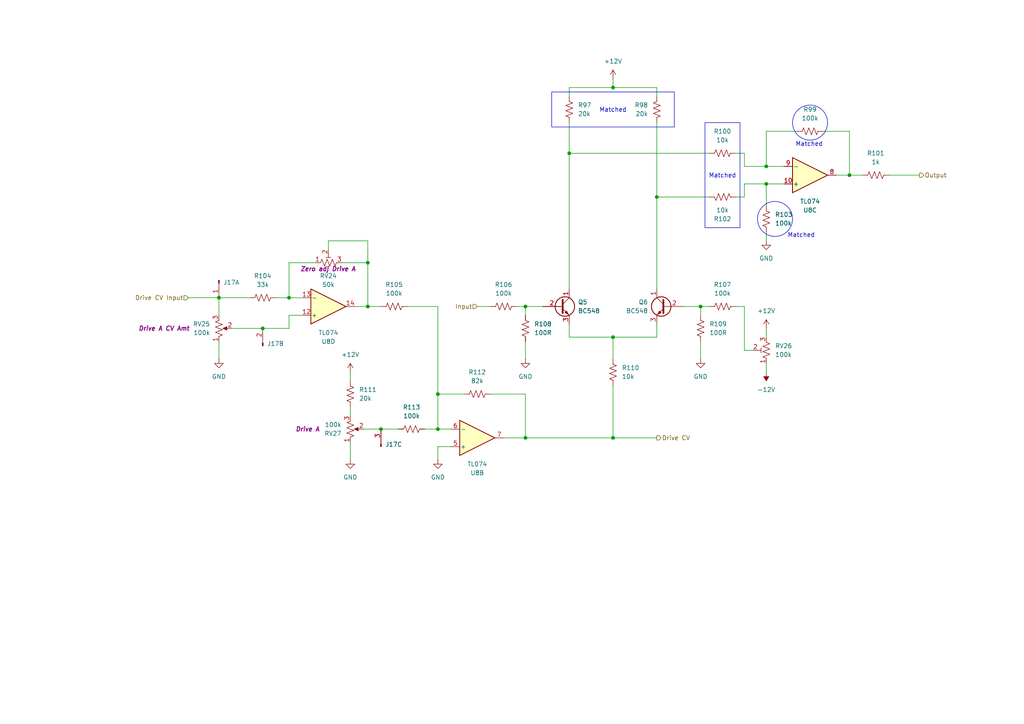
<source format=kicad_sch>
(kicad_sch (version 20231120) (generator "eeschema") (generator_version "8.0")
  (paper "A4")
  (title_block (company "DMH Instruments") (comment 1 "PCB for 10cm Kosmo format synthesizer module"))
  (lib_symbols
    (symbol "Amplifier_Operational:TL074" (pin_names (offset 0.127))
      (property "Reference" "U" (at 0 5.08 0))
      (property "Value" "TL074" (at 0 -5.08 0))
      (symbol "TL074_1_1"
        (polyline (pts (xy -5.08 5.08) (xy 5.08 0) (xy -5.08 -5.08) (xy -5.08 5.08)) (stroke (width 0.254)) (fill (type background)))
        (pin output line (at 7.62 0 180) (length 2.54) (name "~") (number "1"))
        (pin input line (at -7.62 -2.54 0) (length 2.54) (name "-") (number "2"))
        (pin input line (at -7.62 2.54 0) (length 2.54) (name "+") (number "3"))
      )
      (symbol "TL074_2_1"
        (polyline (pts (xy -5.08 5.08) (xy 5.08 0) (xy -5.08 -5.08) (xy -5.08 5.08)) (stroke (width 0.254)) (fill (type background)))
        (pin input line (at -7.62 2.54 0) (length 2.54) (name "+") (number "5"))
        (pin input line (at -7.62 -2.54 0) (length 2.54) (name "-") (number "6"))
        (pin output line (at 7.62 0 180) (length 2.54) (name "~") (number "7"))
      )
      (symbol "TL074_3_1"
        (polyline (pts (xy -5.08 5.08) (xy 5.08 0) (xy -5.08 -5.08) (xy -5.08 5.08)) (stroke (width 0.254)) (fill (type background)))
        (pin input line (at -7.62 2.54 0) (length 2.54) (name "+") (number "10"))
        (pin output line (at 7.62 0 180) (length 2.54) (name "~") (number "8"))
        (pin input line (at -7.62 -2.54 0) (length 2.54) (name "-") (number "9"))
      )
      (symbol "TL074_4_1"
        (polyline (pts (xy -5.08 5.08) (xy 5.08 0) (xy -5.08 -5.08) (xy -5.08 5.08)) (stroke (width 0.254)) (fill (type background)))
        (pin input line (at -7.62 2.54 0) (length 2.54) (name "+") (number "12"))
        (pin input line (at -7.62 -2.54 0) (length 2.54) (name "-") (number "13"))
        (pin output line (at 7.62 0 180) (length 2.54) (name "~") (number "14"))
      )
      (symbol "TL074_5_1"
        (pin power_in line (at -2.54 -7.62 90) (length 3.81) (name "V-") (number "11"))
        (pin power_in line (at -2.54 7.62 270) (length 3.81) (name "V+") (number "4"))
      )
    )
    (symbol "Device:R_Potentiometer_Trim_US" (pin_names (offset 1.016) hide)
      (property "Reference" "RV" (at -4.445 0 90))
      (property "Value" "R_Potentiometer_Trim_US" (at -2.54 0 90))
      (symbol "R_Potentiometer_Trim_US_0_1"
        (polyline (pts (xy 0 -2.286) (xy 0 -2.54)))
        (polyline (pts (xy 0 2.286) (xy 0 2.54)))
        (polyline (pts (xy 1.524 0.762) (xy 1.524 -0.762)))
        (polyline (pts (xy 2.54 0) (xy 1.524 0)))
        (polyline (pts (xy 0 -0.762) (xy 1.016 -1.143) (xy 0 -1.524) (xy -1.016 -1.905) (xy 0 -2.286)))
        (polyline (pts (xy 0 0.762) (xy 1.016 0.381) (xy 0 0) (xy -1.016 -0.381) (xy 0 -0.762)))
        (polyline (pts (xy 0 2.286) (xy 1.016 1.905) (xy 0 1.524) (xy -1.016 1.143) (xy 0 0.762)))
      )
      (symbol "R_Potentiometer_Trim_US_1_1"
        (pin passive line (at 0 3.81 270) (length 1.27) (name "1") (number "1"))
        (pin passive line (at 3.81 0 180) (length 1.27) (name "2") (number "2"))
        (pin passive line (at 0 -3.81 90) (length 1.27) (name "3") (number "3"))
      )
    )
    (symbol "Device:R_Potentiometer_US" (pin_names (offset 1.016) hide)
      (property "Reference" "RV" (at -4.445 0 90))
      (property "Value" "R_Potentiometer_US" (at -2.54 0 90))
      (symbol "R_Potentiometer_US_0_1"
        (polyline (pts (xy 0 -2.286) (xy 0 -2.54)))
        (polyline (pts (xy 0 2.54) (xy 0 2.286)))
        (polyline (pts (xy 2.54 0) (xy 1.524 0)))
        (polyline (pts (xy 1.143 0) (xy 2.286 0.508) (xy 2.286 -0.508) (xy 1.143 0)) (fill (type outline)))
        (polyline (pts (xy 0 -0.762) (xy 1.016 -1.143) (xy 0 -1.524) (xy -1.016 -1.905) (xy 0 -2.286)))
        (polyline (pts (xy 0 0.762) (xy 1.016 0.381) (xy 0 0) (xy -1.016 -0.381) (xy 0 -0.762)))
        (polyline (pts (xy 0 2.286) (xy 1.016 1.905) (xy 0 1.524) (xy -1.016 1.143) (xy 0 0.762)))
      )
      (symbol "R_Potentiometer_US_1_1"
        (pin passive line (at 0 3.81 270) (length 1.27) (name "1") (number "1"))
        (pin passive line (at 3.81 0 180) (length 1.27) (name "2") (number "2"))
        (pin passive line (at 0 -3.81 90) (length 1.27) (name "3") (number "3"))
      )
    )
    (symbol "Device:R_US" (pin_numbers hide) (pin_names (offset 0))
      (property "Reference" "R" (at 2.54 0 90))
      (property "Value" "R_US" (at -2.54 0 90))
      (symbol "R_US_0_1"
        (polyline (pts (xy 0 -2.286) (xy 0 -2.54)))
        (polyline (pts (xy 0 2.286) (xy 0 2.54)))
        (polyline (pts (xy 0 -0.762) (xy 1.016 -1.143) (xy 0 -1.524) (xy -1.016 -1.905) (xy 0 -2.286)))
        (polyline (pts (xy 0 0.762) (xy 1.016 0.381) (xy 0 0) (xy -1.016 -0.381) (xy 0 -0.762)))
        (polyline (pts (xy 0 2.286) (xy 1.016 1.905) (xy 0 1.524) (xy -1.016 1.143) (xy 0 0.762)))
      )
      (symbol "R_US_1_1"
        (pin passive line (at 0 3.81 270) (length 1.27) (name "~") (number "1"))
        (pin passive line (at 0 -3.81 90) (length 1.27) (name "~") (number "2"))
      )
    )
    (symbol "SynthStuff:Conn_01x10_PinHeader" (pin_names (offset 1.016) hide)
      (property "Reference" "J" (at 0 2.54 0))
      (symbol "Conn_01x10_PinHeader_1_1"
        (polyline (pts (xy 1.27 0) (xy 0.8636 0)) (stroke (width 0.1524)))
        (rectangle (start 0.8636 0.127) (end 0 -0.127) (stroke (width 0.1524)) (fill (type outline)))
        (pin passive line (at 5.08 0 180) (length 3.81) (name "Pin_1") (number "1"))
      )
      (symbol "Conn_01x10_PinHeader_2_1"
        (polyline (pts (xy 1.27 0) (xy 0.8636 0)) (stroke (width 0.1524)))
        (rectangle (start 0.8636 0.127) (end 0 -0.127) (stroke (width 0.1524)) (fill (type outline)))
        (pin passive line (at 5.08 0 180) (length 3.81) (name "Pin_2") (number "2"))
      )
      (symbol "Conn_01x10_PinHeader_3_1"
        (polyline (pts (xy 1.27 0) (xy 0.8636 0)) (stroke (width 0.1524)))
        (rectangle (start 0.8636 0.127) (end 0 -0.127) (stroke (width 0.1524)) (fill (type outline)))
        (pin passive line (at 5.08 0 180) (length 3.81) (name "Pin_3") (number "3"))
      )
      (symbol "Conn_01x10_PinHeader_4_1"
        (polyline (pts (xy 1.27 0) (xy 0.8636 0)) (stroke (width 0.1524)))
        (rectangle (start 0.8636 0.127) (end 0 -0.127) (stroke (width 0.1524)) (fill (type outline)))
        (pin passive line (at 5.08 0 180) (length 3.81) (name "Pin_4") (number "4"))
      )
      (symbol "Conn_01x10_PinHeader_5_1"
        (polyline (pts (xy 1.27 0) (xy 0.8636 0)) (stroke (width 0.1524)))
        (rectangle (start 0.8636 0.127) (end 0 -0.127) (stroke (width 0.1524)) (fill (type outline)))
        (pin passive line (at 5.08 0 180) (length 3.81) (name "Pin_5") (number "5"))
      )
      (symbol "Conn_01x10_PinHeader_6_1"
        (polyline (pts (xy 1.27 0) (xy 0.8636 0)) (stroke (width 0.1524)))
        (rectangle (start 0.8636 0.127) (end 0 -0.127) (stroke (width 0.1524)) (fill (type outline)))
        (pin passive line (at 5.08 0 180) (length 3.81) (name "Pin_6") (number "6"))
      )
      (symbol "Conn_01x10_PinHeader_7_1"
        (polyline (pts (xy 1.27 0) (xy 0.8636 0)) (stroke (width 0.1524)))
        (rectangle (start 0.8636 0.127) (end 0 -0.127) (stroke (width 0.1524)) (fill (type outline)))
        (pin passive line (at 5.08 0 180) (length 3.81) (name "Pin_7") (number "7"))
      )
      (symbol "Conn_01x10_PinHeader_8_1"
        (polyline (pts (xy 1.27 0) (xy 0.8636 0)) (stroke (width 0.1524)))
        (rectangle (start 0.8636 0.127) (end 0 -0.127) (stroke (width 0.1524)) (fill (type outline)))
        (pin passive line (at 5.08 0 180) (length 3.81) (name "Pin_8") (number "8"))
      )
      (symbol "Conn_01x10_PinHeader_9_1"
        (polyline (pts (xy 1.27 0) (xy 0.8636 0)) (stroke (width 0.1524)))
        (rectangle (start 0.8636 0.127) (end 0 -0.127) (stroke (width 0.1524)) (fill (type outline)))
        (pin passive line (at 5.08 0 180) (length 3.81) (name "Pin_9") (number "9"))
      )
      (symbol "Conn_01x10_PinHeader_10_1"
        (polyline (pts (xy 1.27 0) (xy 0.8636 0)) (stroke (width 0.1524)))
        (rectangle (start 0.8636 0.127) (end 0 -0.127) (stroke (width 0.1524)) (fill (type outline)))
        (pin passive line (at 5.08 0 180) (length 3.81) (name "Pin_10") (number "10"))
      )
    )
    (symbol "Transistor_BJT:BC548" (pin_names (offset 0) hide)
      (property "Reference" "Q" (at 5.08 1.905 0))
      (property "Value" "BC548" (at 5.08 0 0))
      (symbol "BC548_0_1"
        (polyline (pts (xy 0 0) (xy 0.635 0)))
        (polyline (pts (xy 0.635 0.635) (xy 2.54 2.54)))
        (polyline (pts (xy 0.635 -0.635) (xy 2.54 -2.54) (xy 2.54 -2.54)))
        (polyline (pts (xy 0.635 1.905) (xy 0.635 -1.905) (xy 0.635 -1.905)) (stroke (width 0.508)))
        (polyline (pts (xy 1.27 -1.778) (xy 1.778 -1.27) (xy 2.286 -2.286) (xy 1.27 -1.778) (xy 1.27 -1.778)) (fill (type outline)))
        (circle (center 1.27 0) (radius 2.8194) (stroke (width 0.254)))
      )
      (symbol "BC548_1_1"
        (pin passive line (at 2.54 5.08 270) (length 2.54) (name "C") (number "1"))
        (pin input line (at -5.08 0 0) (length 5.08) (name "B") (number "2"))
        (pin passive line (at 2.54 -5.08 90) (length 2.54) (name "E") (number "3"))
      )
    )
    (symbol "power:+12V" (power) (pin_numbers hide) (pin_names (offset 0) hide)
      (property "Value" "+12V" (at 0 3.556 0))
      (symbol "+12V_0_1"
        (polyline (pts (xy -0.762 1.27) (xy 0 2.54)))
        (polyline (pts (xy 0 0) (xy 0 2.54)))
        (polyline (pts (xy 0 2.54) (xy 0.762 1.27)))
      )
      (symbol "+12V_1_1"
        (pin power_in line (at 0 0 90) (length 0) (name "~") (number "1"))
      )
    )
    (symbol "power:-12V" (power) (pin_numbers hide) (pin_names (offset 0) hide)
      (property "Value" "-12V" (at 0 3.556 0))
      (symbol "-12V_0_0"
        (pin power_in line (at 0 0 90) (length 0) (name "~") (number "1"))
      )
      (symbol "-12V_0_1"
        (polyline (pts (xy 0 0) (xy 0 1.27) (xy 0.762 1.27) (xy 0 2.54) (xy -0.762 1.27) (xy 0 1.27)) (fill (type outline)))
      )
    )
    (symbol "power:GND" (power) (pin_numbers hide) (pin_names (offset 0) hide)
      (property "Value" "GND" (at 0 -3.81 0))
      (symbol "GND_0_1"
        (polyline (pts (xy 0 0) (xy 0 -1.27) (xy 1.27 -1.27) (xy 0 -2.54) (xy -1.27 -1.27) (xy 0 -1.27)))
      )
      (symbol "GND_1_1"
        (pin power_in line (at 0 0 270) (length 0) (name "~") (number "1"))
      )
    )
  )
  (junction (at 177.8 127))
  (junction (at 106.68 88.9))
  (junction (at 190.5 57.15))
  (junction (at 165.1 44.45))
  (junction (at 222.25 53.34))
  (junction (at 110.49 124.46))
  (junction (at 177.8 25.4))
  (junction (at 246.38 50.8))
  (junction (at 63.5 86.36))
  (junction (at 152.4 127))
  (junction (at 127 124.46))
  (junction (at 152.4 88.9))
  (junction (at 203.2 88.9))
  (junction (at 76.2 95.25))
  (junction (at 106.68 76.2))
  (junction (at 127 114.3))
  (junction (at 222.25 48.26))
  (junction (at 177.8 97.79))
  (junction (at 83.82 86.36))
  (wire (pts (xy 215.9 48.26) (xy 222.25 48.26)))
  (wire (pts (xy 190.5 57.15) (xy 190.5 83.82)))
  (wire (pts (xy 54.61 86.36) (xy 63.5 86.36)))
  (wire (pts (xy 190.5 25.4) (xy 177.8 25.4)))
  (wire (pts (xy 101.6 128.27) (xy 101.6 133.35)))
  (wire (pts (xy 165.1 44.45) (xy 205.74 44.45)))
  (wire (pts (xy 165.1 97.79) (xy 177.8 97.79)))
  (wire (pts (xy 127 114.3) (xy 127 124.46)))
  (wire (pts (xy 213.36 44.45) (xy 215.9 44.45)))
  (wire (pts (xy 222.25 67.31) (xy 222.25 69.85)))
  (wire (pts (xy 203.2 88.9) (xy 203.2 91.44)))
  (wire (pts (xy 67.31 95.25) (xy 76.2 95.25)))
  (wire (pts (xy 215.9 88.9) (xy 215.9 101.6)))
  (wire (pts (xy 165.1 44.45) (xy 165.1 83.82)))
  (wire (pts (xy 83.82 95.25) (xy 83.82 91.44)))
  (wire (pts (xy 222.25 95.25) (xy 222.25 97.79)))
  (wire (pts (xy 152.4 88.9) (xy 152.4 91.44)))
  (wire (pts (xy 257.81 50.8) (xy 266.7 50.8)))
  (wire (pts (xy 101.6 107.95) (xy 101.6 110.49)))
  (wire (pts (xy 106.68 88.9) (xy 110.49 88.9)))
  (wire (pts (xy 123.19 124.46) (xy 127 124.46)))
  (wire (pts (xy 238.76 38.1) (xy 246.38 38.1)))
  (wire (pts (xy 246.38 50.8) (xy 250.19 50.8)))
  (wire (pts (xy 80.01 86.36) (xy 83.82 86.36)))
  (wire (pts (xy 222.25 38.1) (xy 222.25 48.26)))
  (wire (pts (xy 222.25 53.34) (xy 227.33 53.34)))
  (wire (pts (xy 190.5 27.94) (xy 190.5 25.4)))
  (wire (pts (xy 95.25 69.85) (xy 106.68 69.85)))
  (wire (pts (xy 222.25 105.41) (xy 222.25 107.95)))
  (wire (pts (xy 165.1 27.94) (xy 165.1 25.4)))
  (wire (pts (xy 83.82 86.36) (xy 87.63 86.36)))
  (wire (pts (xy 165.1 35.56) (xy 165.1 44.45)))
  (wire (pts (xy 190.5 93.98) (xy 190.5 97.79)))
  (wire (pts (xy 110.49 124.46) (xy 115.57 124.46)))
  (wire (pts (xy 127 124.46) (xy 130.81 124.46)))
  (wire (pts (xy 215.9 44.45) (xy 215.9 48.26)))
  (wire (pts (xy 177.8 25.4) (xy 177.8 22.86)))
  (wire (pts (xy 101.6 118.11) (xy 101.6 120.65)))
  (wire (pts (xy 152.4 88.9) (xy 157.48 88.9)))
  (wire (pts (xy 118.11 88.9) (xy 127 88.9)))
  (wire (pts (xy 149.86 88.9) (xy 152.4 88.9)))
  (wire (pts (xy 190.5 57.15) (xy 205.74 57.15)))
  (wire (pts (xy 106.68 88.9) (xy 102.87 88.9)))
  (wire (pts (xy 190.5 97.79) (xy 177.8 97.79)))
  (wire (pts (xy 222.25 48.26) (xy 227.33 48.26)))
  (wire (pts (xy 152.4 127) (xy 177.8 127)))
  (wire (pts (xy 152.4 99.06) (xy 152.4 104.14)))
  (wire (pts (xy 63.5 86.36) (xy 63.5 91.44)))
  (wire (pts (xy 231.14 38.1) (xy 222.25 38.1)))
  (wire (pts (xy 177.8 127) (xy 190.5 127)))
  (wire (pts (xy 203.2 99.06) (xy 203.2 104.14)))
  (wire (pts (xy 130.81 129.54) (xy 127 129.54)))
  (wire (pts (xy 142.24 114.3) (xy 152.4 114.3)))
  (wire (pts (xy 222.25 53.34) (xy 222.25 59.69)))
  (wire (pts (xy 63.5 86.36) (xy 72.39 86.36)))
  (wire (pts (xy 198.12 88.9) (xy 203.2 88.9)))
  (wire (pts (xy 215.9 53.34) (xy 222.25 53.34)))
  (wire (pts (xy 83.82 91.44) (xy 87.63 91.44)))
  (wire (pts (xy 146.05 127) (xy 152.4 127)))
  (wire (pts (xy 215.9 101.6) (xy 218.44 101.6)))
  (wire (pts (xy 76.2 95.25) (xy 83.82 95.25)))
  (wire (pts (xy 213.36 57.15) (xy 215.9 57.15)))
  (wire (pts (xy 134.62 114.3) (xy 127 114.3)))
  (wire (pts (xy 105.41 124.46) (xy 110.49 124.46)))
  (wire (pts (xy 106.68 76.2) (xy 106.68 88.9)))
  (wire (pts (xy 190.5 35.56) (xy 190.5 57.15)))
  (wire (pts (xy 177.8 97.79) (xy 177.8 104.14)))
  (wire (pts (xy 127 129.54) (xy 127 133.35)))
  (wire (pts (xy 203.2 88.9) (xy 205.74 88.9)))
  (wire (pts (xy 215.9 57.15) (xy 215.9 53.34)))
  (wire (pts (xy 83.82 76.2) (xy 83.82 86.36)))
  (wire (pts (xy 246.38 38.1) (xy 246.38 50.8)))
  (wire (pts (xy 242.57 50.8) (xy 246.38 50.8)))
  (wire (pts (xy 127 88.9) (xy 127 114.3)))
  (wire (pts (xy 106.68 69.85) (xy 106.68 76.2)))
  (wire (pts (xy 99.06 76.2) (xy 106.68 76.2)))
  (wire (pts (xy 152.4 114.3) (xy 152.4 127)))
  (wire (pts (xy 83.82 76.2) (xy 91.44 76.2)))
  (wire (pts (xy 138.43 88.9) (xy 142.24 88.9)))
  (wire (pts (xy 177.8 127) (xy 177.8 111.76)))
  (wire (pts (xy 63.5 99.06) (xy 63.5 104.14)))
  (wire (pts (xy 165.1 25.4) (xy 177.8 25.4)))
  (wire (pts (xy 165.1 93.98) (xy 165.1 97.79)))
  (wire (pts (xy 95.25 72.39) (xy 95.25 69.85)))
  (wire (pts (xy 213.36 88.9) (xy 215.9 88.9)))
  (rectangle (start 160.02 26.67) (end 195.58 36.83))
  (circle (center 224.79 63.5) (radius 5.08))
  (circle (center 234.95 35.56) (radius 5.08))
  (rectangle (start 204.47 35.56) (end 214.63 66.04))
  (text "Matched" (at 177.8 32.004 0) (effects (font (size 1.27 1.27))))
  (text "Matched" (at 234.696 41.91 0) (effects (font (size 1.27 1.27))))
  (text "Matched" (at 232.41 68.326 0) (effects (font (size 1.27 1.27))))
  (text "Matched" (at 209.55 51.054 0) (effects (font (size 1.27 1.27))))
  (hierarchical_label "Output" (shape output) (at 266.7 50.8 0))
  (hierarchical_label "Drive CV Input" (shape input) (at 54.61 86.36 180))
  (hierarchical_label "Drive CV" (shape output) (at 190.5 127 0))
  (hierarchical_label "Input" (shape input) (at 138.43 88.9 180))
  (symbol (lib_id "power:GND") (at 203.2 104.14 0) (unit 1)
    (property "Reference" "#PWR085" (effects (hide yes)))
    (property "Value" "GND" (at 203.2 109.22 0))
    (property "Description" "Power symbol creates a global label with name \"GND\" , ground" (effects (hide yes)))
    (instances (project "DMH_Dual_VCF_Diode_Ladder_Mk2_PCB_1" (path "" (reference "#PWR085") (unit 1)) (path "" (reference "#PWR093") (unit 1))))
  )
  (symbol (lib_id "Device:R_US") (at 138.43 114.3 90) (unit 1)
    (property "Reference" "R112" (at 138.43 107.95 90))
    (property "Value" "82k" (at 138.43 110.49 90))
    (property "Footprint" "Resistor_THT:R_Axial_DIN0207_L6.3mm_D2.5mm_P7.62mm_Horizontal" (effects (hide yes)))
    (property "Description" "Resistor, US symbol" (effects (hide yes)))
    (instances (project "DMH_Dual_VCF_Diode_Ladder_Mk2_PCB_1" (path "" (reference "R112") (unit 1)) (path "" (reference "R129") (unit 1))))
  )
  (symbol (lib_id "Device:R_US") (at 177.8 107.95 180) (unit 1)
    (property "Reference" "R110" (at 180.34 106.6799 0) (effects (justify right)))
    (property "Value" "10k" (at 180.34 109.2199 0) (effects (justify right)))
    (property "Footprint" "Resistor_THT:R_Axial_DIN0207_L6.3mm_D2.5mm_P7.62mm_Horizontal" (effects (hide yes)))
    (property "Description" "Resistor, US symbol" (effects (hide yes)))
    (instances (project "DMH_Dual_VCF_Diode_Ladder_Mk2_PCB_1" (path "" (reference "R110") (unit 1)) (path "" (reference "R127") (unit 1))))
  )
  (symbol (lib_id "power:+12V") (at 177.8 22.86 0) (unit 1)
    (property "Reference" "#PWR080" (effects (hide yes)))
    (property "Value" "+12V" (at 177.8 17.78 0))
    (property "Description" "Power symbol creates a global label with name \"+12V\"" (effects (hide yes)))
    (instances (project "DMH_Dual_VCF_Diode_Ladder_Mk2_PCB_1" (path "" (reference "#PWR080") (unit 1)) (path "" (reference "#PWR031") (unit 1))))
  )
  (symbol (lib_id "Device:R_Potentiometer_Trim_US") (at 95.25 76.2 90) (unit 1)
    (property "Reference" "RV24" (at 95.25 80.01 90))
    (property "Value" "50k" (at 95.25 82.55 90))
    (property "Footprint" "Potentiometer_THT:Potentiometer_Bourns_3296W_Vertical" (effects (hide yes)))
    (property "Description" "Trim-potentiometer, US symbol" (effects (hide yes)))
    (property "Function" "Zero adj Drive A" (at 95.25 77.978 90) (effects (font (thickness 0.254) (bold yes) (italic yes))))
    (instances (project "DMH_Dual_VCF_Diode_Ladder_Mk2_PCB_1" (path "" (reference "RV24") (unit 1)) (path "" (reference "RV12") (unit 1))))
  )
  (symbol (lib_id "Device:R_US") (at 165.1 31.75 180) (unit 1)
    (property "Reference" "R97" (at 167.64 30.4799 0) (effects (justify right)))
    (property "Value" "20k" (at 167.64 33.0199 0) (effects (justify right)))
    (property "Footprint" "Resistor_THT:R_Axial_DIN0207_L6.3mm_D2.5mm_P7.62mm_Horizontal" (effects (hide yes)))
    (property "Description" "Resistor, US symbol" (effects (hide yes)))
    (instances (project "DMH_Dual_VCF_Diode_Ladder_Mk2_PCB_1" (path "" (reference "R97") (unit 1)) (path "" (reference "R114") (unit 1))))
  )
  (symbol (lib_id "SynthStuff:Conn_01x10_PinHeader") (at 63.5 81.28 270) (unit 1)
    (property "Reference" "J17" (at 64.77 81.9149 90) (effects (justify left)))
    (property "Value" "Conn_01x10_PinHeader" (effects (hide yes)))
    (property "Footprint" "Connector_PinHeader_2.54mm:PinHeader_1x10_P2.54mm_Vertical" (effects (hide yes)))
    (property "Description" "Generic connector, single row, 01x10" (effects (hide yes)))
    (instances (project "DMH_Dual_VCF_Diode_Ladder_Mk2_PCB_1" (path "" (reference "J17") (unit 1)) (path "" (reference "J19") (unit 1))))
  )
  (symbol (lib_id "Device:R_US") (at 119.38 124.46 90) (unit 1)
    (property "Reference" "R113" (at 119.38 118.11 90))
    (property "Value" "100k" (at 119.38 120.65 90))
    (property "Footprint" "Resistor_THT:R_Axial_DIN0207_L6.3mm_D2.5mm_P7.62mm_Horizontal" (effects (hide yes)))
    (property "Description" "Resistor, US symbol" (effects (hide yes)))
    (instances (project "DMH_Dual_VCF_Diode_Ladder_Mk2_PCB_1" (path "" (reference "R113") (unit 1)) (path "" (reference "R130") (unit 1))))
  )
  (symbol (lib_id "Device:R_US") (at 190.5 31.75 0) (mirror x) (unit 1)
    (property "Reference" "R98" (at 187.96 30.4799 0) (effects (justify right)))
    (property "Value" "20k" (at 187.96 33.0199 0) (effects (justify right)))
    (property "Footprint" "Resistor_THT:R_Axial_DIN0207_L6.3mm_D2.5mm_P7.62mm_Horizontal" (effects (hide yes)))
    (property "Description" "Resistor, US symbol" (effects (hide yes)))
    (instances (project "DMH_Dual_VCF_Diode_Ladder_Mk2_PCB_1" (path "" (reference "R98") (unit 1)) (path "" (reference "R115") (unit 1))))
  )
  (symbol (lib_id "Device:R_US") (at 222.25 63.5 0) (unit 1)
    (property "Reference" "R103" (at 224.79 62.2299 0) (effects (justify left)))
    (property "Value" "100k" (at 224.79 64.7699 0) (effects (justify left)))
    (property "Footprint" "Resistor_THT:R_Axial_DIN0207_L6.3mm_D2.5mm_P7.62mm_Horizontal" (effects (hide yes)))
    (property "Description" "Resistor, US symbol" (effects (hide yes)))
    (instances (project "DMH_Dual_VCF_Diode_Ladder_Mk2_PCB_1" (path "" (reference "R103") (unit 1)) (path "" (reference "R120") (unit 1))))
  )
  (symbol (lib_id "Transistor_BJT:BC548") (at 162.56 88.9 0) (unit 1)
    (property "Reference" "Q5" (at 167.64 87.6299 0) (effects (justify left)))
    (property "Value" "BC548" (at 167.64 90.1699 0) (effects (justify left)))
    (property "Footprint" "Package_TO_SOT_THT:TO-92L_Inline_Wide" (effects (hide yes)))
    (property "Datasheet" "https://www.onsemi.com/pub/Collateral/BC550-D.pdf" (effects (hide yes)))
    (property "Description" "0.1A Ic, 30V Vce, Small Signal NPN Transistor, TO-92" (effects (hide yes)))
    (instances (project "DMH_Dual_VCF_Diode_Ladder_Mk2_PCB_1" (path "" (reference "Q5") (unit 1)) (path "" (reference "Q7") (unit 1))))
  )
  (symbol (lib_id "Device:R_US") (at 254 50.8 270) (unit 1)
    (property "Reference" "R101" (at 254 44.45 90))
    (property "Value" "1k" (at 254 46.99 90))
    (property "Footprint" "Resistor_THT:R_Axial_DIN0207_L6.3mm_D2.5mm_P7.62mm_Horizontal" (effects (hide yes)))
    (property "Description" "Resistor, US symbol" (effects (hide yes)))
    (instances (project "DMH_Dual_VCF_Diode_Ladder_Mk2_PCB_1" (path "" (reference "R101") (unit 1)) (path "" (reference "R118") (unit 1))))
  )
  (symbol (lib_id "Device:R_US") (at 209.55 88.9 270) (unit 1)
    (property "Reference" "R107" (at 209.55 82.55 90))
    (property "Value" "100k" (at 209.55 85.09 90))
    (property "Footprint" "Resistor_THT:R_Axial_DIN0207_L6.3mm_D2.5mm_P7.62mm_Horizontal" (effects (hide yes)))
    (property "Description" "Resistor, US symbol" (effects (hide yes)))
    (instances (project "DMH_Dual_VCF_Diode_Ladder_Mk2_PCB_1" (path "" (reference "R107") (unit 1)) (path "" (reference "R124") (unit 1))))
  )
  (symbol (lib_id "Amplifier_Operational:TL074") (at 138.43 127 0) (mirror x) (unit 2)
    (property "Reference" "U8" (at 138.43 137.16 0))
    (property "Value" "TL074" (at 138.43 134.62 0))
    (property "Footprint" "Package_DIP:DIP-14_W7.62mm_Socket" (effects (hide yes)))
    (property "Datasheet" "http://www.ti.com/lit/ds/symlink/tl071.pdf" (effects (hide yes)))
    (property "Description" "Quad Low-Noise JFET-Input Operational Amplifiers, DIP-14/SOIC-14" (effects (hide yes)))
    (instances (project "DMH_Dual_VCF_Diode_Ladder_Mk2_PCB_1" (path "" (reference "U8") (unit 2)) (path "" (reference "U9") (unit 2))))
  )
  (symbol (lib_id "Device:R_US") (at 209.55 44.45 270) (unit 1)
    (property "Reference" "R100" (at 209.55 38.1 90))
    (property "Value" "10k" (at 209.55 40.64 90))
    (property "Footprint" "Resistor_THT:R_Axial_DIN0207_L6.3mm_D2.5mm_P7.62mm_Horizontal" (effects (hide yes)))
    (property "Description" "Resistor, US symbol" (effects (hide yes)))
    (instances (project "DMH_Dual_VCF_Diode_Ladder_Mk2_PCB_1" (path "" (reference "R100") (unit 1)) (path "" (reference "R117") (unit 1))))
  )
  (symbol (lib_id "Device:R_US") (at 76.2 86.36 90) (unit 1)
    (property "Reference" "R104" (at 76.2 80.01 90))
    (property "Value" "33k" (at 76.2 82.55 90))
    (property "Footprint" "Resistor_THT:R_Axial_DIN0207_L6.3mm_D2.5mm_P7.62mm_Horizontal" (effects (hide yes)))
    (property "Description" "Resistor, US symbol" (effects (hide yes)))
    (instances (project "DMH_Dual_VCF_Diode_Ladder_Mk2_PCB_1" (path "" (reference "R104") (unit 1)) (path "" (reference "R121") (unit 1))))
  )
  (symbol (lib_id "Device:R_US") (at 209.55 57.15 270) (mirror x) (unit 1)
    (property "Reference" "R102" (at 209.55 63.5 90))
    (property "Value" "10k" (at 209.55 60.96 90))
    (property "Footprint" "Resistor_THT:R_Axial_DIN0207_L6.3mm_D2.5mm_P7.62mm_Horizontal" (effects (hide yes)))
    (property "Description" "Resistor, US symbol" (effects (hide yes)))
    (instances (project "DMH_Dual_VCF_Diode_Ladder_Mk2_PCB_1" (path "" (reference "R102") (unit 1)) (path "" (reference "R119") (unit 1))))
  )
  (symbol (lib_id "SynthStuff:Conn_01x10_PinHeader") (at 76.2 100.33 90) (unit 2)
    (property "Reference" "J17" (at 77.47 99.6949 90) (effects (justify right)))
    (property "Value" "Conn_01x10_PinHeader" (effects (hide yes)))
    (property "Footprint" "Connector_PinHeader_2.54mm:PinHeader_1x10_P2.54mm_Vertical" (effects (hide yes)))
    (property "Description" "Generic connector, single row, 01x10" (effects (hide yes)))
    (instances (project "DMH_Dual_VCF_Diode_Ladder_Mk2_PCB_1" (path "" (reference "J17") (unit 2)) (path "" (reference "J19") (unit 2))))
  )
  (symbol (lib_id "power:-12V") (at 222.25 107.95 180) (unit 1)
    (property "Reference" "#PWR087" (effects (hide yes)))
    (property "Value" "-12V" (at 222.25 113.03 0))
    (property "Description" "Power symbol creates a global label with name \"-12V\"" (effects (hide yes)))
    (instances (project "DMH_Dual_VCF_Diode_Ladder_Mk2_PCB_1" (path "" (reference "#PWR087") (unit 1)) (path "" (reference "#PWR095") (unit 1))))
  )
  (symbol (lib_id "Device:R_Potentiometer_Trim_US") (at 222.25 101.6 180) (unit 1)
    (property "Reference" "RV26" (at 224.79 100.3299 0) (effects (justify right)))
    (property "Value" "100k" (at 224.79 102.8699 0) (effects (justify right)))
    (property "Footprint" "Potentiometer_THT:Potentiometer_Bourns_3296W_Vertical" (effects (hide yes)))
    (property "Description" "Trim-potentiometer, US symbol" (effects (hide yes)))
    (instances (project "DMH_Dual_VCF_Diode_Ladder_Mk2_PCB_1" (path "" (reference "RV26") (unit 1)) (path "" (reference "RV29") (unit 1))))
  )
  (symbol (lib_id "power:GND") (at 152.4 104.14 0) (unit 1)
    (property "Reference" "#PWR084" (effects (hide yes)))
    (property "Value" "GND" (at 152.4 109.22 0))
    (property "Description" "Power symbol creates a global label with name \"GND\" , ground" (effects (hide yes)))
    (instances (project "DMH_Dual_VCF_Diode_Ladder_Mk2_PCB_1" (path "" (reference "#PWR084") (unit 1)) (path "" (reference "#PWR092") (unit 1))))
  )
  (symbol (lib_id "Amplifier_Operational:TL074") (at 234.95 50.8 0) (mirror x) (unit 3)
    (property "Reference" "U8" (at 234.95 60.96 0))
    (property "Value" "TL074" (at 234.95 58.42 0))
    (property "Footprint" "Package_DIP:DIP-14_W7.62mm_Socket" (effects (hide yes)))
    (property "Datasheet" "http://www.ti.com/lit/ds/symlink/tl071.pdf" (effects (hide yes)))
    (property "Description" "Quad Low-Noise JFET-Input Operational Amplifiers, DIP-14/SOIC-14" (effects (hide yes)))
    (instances (project "DMH_Dual_VCF_Diode_Ladder_Mk2_PCB_1" (path "" (reference "U8") (unit 3)) (path "" (reference "U9") (unit 3))))
  )
  (symbol (lib_id "Device:R_US") (at 152.4 95.25 180) (unit 1)
    (property "Reference" "R108" (at 154.94 93.9799 0) (effects (justify right)))
    (property "Value" "100R" (at 154.94 96.5199 0) (effects (justify right)))
    (property "Footprint" "Resistor_THT:R_Axial_DIN0207_L6.3mm_D2.5mm_P7.62mm_Horizontal" (effects (hide yes)))
    (property "Description" "Resistor, US symbol" (effects (hide yes)))
    (instances (project "DMH_Dual_VCF_Diode_Ladder_Mk2_PCB_1" (path "" (reference "R108") (unit 1)) (path "" (reference "R125") (unit 1))))
  )
  (symbol (lib_id "SynthStuff:Conn_01x10_PinHeader") (at 110.49 129.54 90) (unit 3)
    (property "Reference" "J17" (at 111.76 128.9049 90) (effects (justify right)))
    (property "Value" "Conn_01x10_PinHeader" (effects (hide yes)))
    (property "Footprint" "Connector_PinHeader_2.54mm:PinHeader_1x10_P2.54mm_Vertical" (effects (hide yes)))
    (property "Description" "Generic connector, single row, 01x10" (effects (hide yes)))
    (instances (project "DMH_Dual_VCF_Diode_Ladder_Mk2_PCB_1" (path "" (reference "J17") (unit 3)) (path "" (reference "J19") (unit 3))))
  )
  (symbol (lib_id "power:GND") (at 127 133.35 0) (unit 1)
    (property "Reference" "#PWR089" (effects (hide yes)))
    (property "Value" "GND" (at 127 138.43 0))
    (property "Description" "Power symbol creates a global label with name \"GND\" , ground" (effects (hide yes)))
    (instances (project "DMH_Dual_VCF_Diode_Ladder_Mk2_PCB_1" (path "" (reference "#PWR089") (unit 1)) (path "" (reference "#PWR097") (unit 1))))
  )
  (symbol (lib_id "Device:R_US") (at 114.3 88.9 90) (unit 1)
    (property "Reference" "R105" (at 114.3 82.55 90))
    (property "Value" "100k" (at 114.3 85.09 90))
    (property "Footprint" "Resistor_THT:R_Axial_DIN0207_L6.3mm_D2.5mm_P7.62mm_Horizontal" (effects (hide yes)))
    (property "Description" "Resistor, US symbol" (effects (hide yes)))
    (instances (project "DMH_Dual_VCF_Diode_Ladder_Mk2_PCB_1" (path "" (reference "R105") (unit 1)) (path "" (reference "R122") (unit 1))))
  )
  (symbol (lib_id "power:GND") (at 222.25 69.85 0) (unit 1)
    (property "Reference" "#PWR081" (effects (hide yes)))
    (property "Value" "GND" (at 222.25 74.93 0))
    (property "Description" "Power symbol creates a global label with name \"GND\" , ground" (effects (hide yes)))
    (instances (project "DMH_Dual_VCF_Diode_Ladder_Mk2_PCB_1" (path "" (reference "#PWR081") (unit 1)) (path "" (reference "#PWR078") (unit 1))))
  )
  (symbol (lib_id "power:GND") (at 63.5 104.14 0) (unit 1)
    (property "Reference" "#PWR083" (effects (hide yes)))
    (property "Value" "GND" (at 63.5 109.22 0))
    (property "Description" "Power symbol creates a global label with name \"GND\" , ground" (effects (hide yes)))
    (instances (project "DMH_Dual_VCF_Diode_Ladder_Mk2_PCB_1" (path "" (reference "#PWR083") (unit 1)) (path "" (reference "#PWR091") (unit 1))))
  )
  (symbol (lib_id "Device:R_Potentiometer_US") (at 63.5 95.25 0) (mirror x) (unit 1)
    (property "Reference" "RV25" (at 60.96 93.9799 0) (effects (justify right)))
    (property "Value" "100k" (at 60.96 96.5199 0) (effects (justify right)))
    (property "Footprint" "SynthStuff:Potentiometer_TT_P110KH1" (effects (hide yes)))
    (property "Description" "Potentiometer, US symbol" (effects (hide yes)))
    (property "Function" "Drive A CV Amt" (at 47.498 95.25 0) (effects (font (thickness 0.254) (bold yes) (italic yes))))
    (instances (project "DMH_Dual_VCF_Diode_Ladder_Mk2_PCB_1" (path "" (reference "RV25") (unit 1)) (path "" (reference "RV28") (unit 1))))
  )
  (symbol (lib_id "power:GND") (at 101.6 133.35 0) (unit 1)
    (property "Reference" "#PWR088" (effects (hide yes)))
    (property "Value" "GND" (at 101.6 138.43 0))
    (property "Description" "Power symbol creates a global label with name \"GND\" , ground" (effects (hide yes)))
    (instances (project "DMH_Dual_VCF_Diode_Ladder_Mk2_PCB_1" (path "" (reference "#PWR088") (unit 1)) (path "" (reference "#PWR096") (unit 1))))
  )
  (symbol (lib_id "Device:R_US") (at 203.2 95.25 180) (unit 1)
    (property "Reference" "R109" (at 205.74 93.9799 0) (effects (justify right)))
    (property "Value" "100R" (at 205.74 96.5199 0) (effects (justify right)))
    (property "Footprint" "Resistor_THT:R_Axial_DIN0207_L6.3mm_D2.5mm_P7.62mm_Horizontal" (effects (hide yes)))
    (property "Description" "Resistor, US symbol" (effects (hide yes)))
    (instances (project "DMH_Dual_VCF_Diode_Ladder_Mk2_PCB_1" (path "" (reference "R109") (unit 1)) (path "" (reference "R126") (unit 1))))
  )
  (symbol (lib_id "Device:R_Potentiometer_US") (at 101.6 124.46 0) (mirror x) (unit 1)
    (property "Reference" "RV27" (at 99.06 125.7301 0) (effects (justify right)))
    (property "Value" "100k" (at 99.06 123.1901 0) (effects (justify right)))
    (property "Footprint" "SynthStuff:Potentiometer_Alpha_RD901F-40-00D_Single_Vertical" (effects (hide yes)))
    (property "Description" "Potentiometer, US symbol" (effects (hide yes)))
    (property "Function" "Drive A" (at 89.154 124.46 0) (effects (font (thickness 0.254) (bold yes) (italic yes))))
    (instances (project "DMH_Dual_VCF_Diode_Ladder_Mk2_PCB_1" (path "" (reference "RV27") (unit 1)) (path "" (reference "RV30") (unit 1))))
  )
  (symbol (lib_id "Transistor_BJT:BC548") (at 193.04 88.9 0) (mirror y) (unit 1)
    (property "Reference" "Q6" (at 187.96 87.6299 0) (effects (justify left)))
    (property "Value" "BC548" (at 187.96 90.1699 0) (effects (justify left)))
    (property "Footprint" "Package_TO_SOT_THT:TO-92L_Inline_Wide" (effects (hide yes)))
    (property "Datasheet" "https://www.onsemi.com/pub/Collateral/BC550-D.pdf" (effects (hide yes)))
    (property "Description" "0.1A Ic, 30V Vce, Small Signal NPN Transistor, TO-92" (effects (hide yes)))
    (instances (project "DMH_Dual_VCF_Diode_Ladder_Mk2_PCB_1" (path "" (reference "Q6") (unit 1)) (path "" (reference "Q8") (unit 1))))
  )
  (symbol (lib_id "Amplifier_Operational:TL074") (at 95.25 88.9 0) (mirror x) (unit 4)
    (property "Reference" "U8" (at 95.25 99.06 0))
    (property "Value" "TL074" (at 95.25 96.52 0))
    (property "Footprint" "Package_DIP:DIP-14_W7.62mm_Socket" (effects (hide yes)))
    (property "Datasheet" "http://www.ti.com/lit/ds/symlink/tl071.pdf" (effects (hide yes)))
    (property "Description" "Quad Low-Noise JFET-Input Operational Amplifiers, DIP-14/SOIC-14" (effects (hide yes)))
    (instances (project "DMH_Dual_VCF_Diode_Ladder_Mk2_PCB_1" (path "" (reference "U8") (unit 4)) (path "" (reference "U9") (unit 4))))
  )
  (symbol (lib_id "Device:R_US") (at 101.6 114.3 180) (unit 1)
    (property "Reference" "R111" (at 104.14 113.0299 0) (effects (justify right)))
    (property "Value" "20k" (at 104.14 115.5699 0) (effects (justify right)))
    (property "Footprint" "Resistor_THT:R_Axial_DIN0207_L6.3mm_D2.5mm_P7.62mm_Horizontal" (effects (hide yes)))
    (property "Description" "Resistor, US symbol" (effects (hide yes)))
    (instances (project "DMH_Dual_VCF_Diode_Ladder_Mk2_PCB_1" (path "" (reference "R111") (unit 1)) (path "" (reference "R128") (unit 1))))
  )
  (symbol (lib_id "power:+12V") (at 222.25 95.25 0) (unit 1)
    (property "Reference" "#PWR082" (effects (hide yes)))
    (property "Value" "+12V" (at 222.25 90.17 0))
    (property "Description" "Power symbol creates a global label with name \"+12V\"" (effects (hide yes)))
    (instances (project "DMH_Dual_VCF_Diode_Ladder_Mk2_PCB_1" (path "" (reference "#PWR082") (unit 1)) (path "" (reference "#PWR090") (unit 1))))
  )
  (symbol (lib_id "Device:R_US") (at 234.95 38.1 270) (unit 1)
    (property "Reference" "R99" (at 234.95 31.75 90))
    (property "Value" "100k" (at 234.95 34.29 90))
    (property "Footprint" "Resistor_THT:R_Axial_DIN0207_L6.3mm_D2.5mm_P7.62mm_Horizontal" (effects (hide yes)))
    (property "Description" "Resistor, US symbol" (effects (hide yes)))
    (instances (project "DMH_Dual_VCF_Diode_Ladder_Mk2_PCB_1" (path "" (reference "R99") (unit 1)) (path "" (reference "R116") (unit 1))))
  )
  (symbol (lib_id "power:+12V") (at 101.6 107.95 0) (unit 1)
    (property "Reference" "#PWR086" (effects (hide yes)))
    (property "Value" "+12V" (at 101.6 102.87 0))
    (property "Description" "Power symbol creates a global label with name \"+12V\"" (effects (hide yes)))
    (instances (project "DMH_Dual_VCF_Diode_Ladder_Mk2_PCB_1" (path "" (reference "#PWR086") (unit 1)) (path "" (reference "#PWR094") (unit 1))))
  )
  (symbol (lib_id "Device:R_US") (at 146.05 88.9 270) (unit 1)
    (property "Reference" "R106" (at 146.05 82.55 90))
    (property "Value" "100k" (at 146.05 85.09 90))
    (property "Footprint" "Resistor_THT:R_Axial_DIN0207_L6.3mm_D2.5mm_P7.62mm_Horizontal" (effects (hide yes)))
    (property "Description" "Resistor, US symbol" (effects (hide yes)))
    (instances (project "DMH_Dual_VCF_Diode_Ladder_Mk2_PCB_1" (path "" (reference "R106") (unit 1)) (path "" (reference "R123") (unit 1))))
  )
)
</source>
